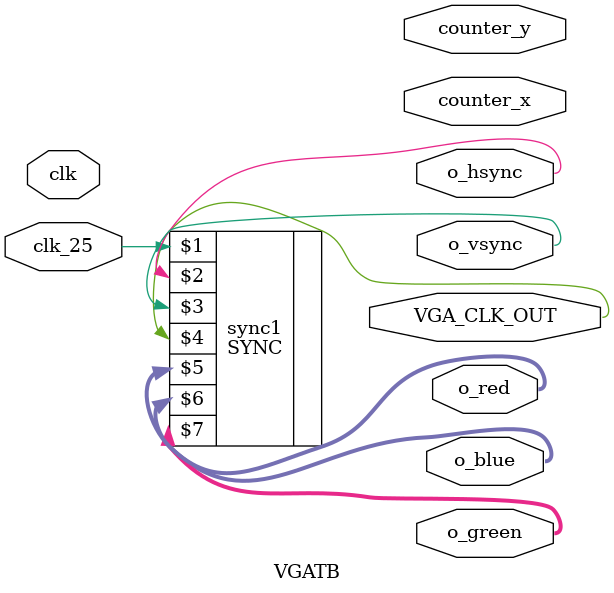
<source format=sv>
module VGATB
(
	input logic clk,
	output logic o_hsync,
	output logic o_vsync,
	output logic VGA_CLK_OUT,
	output logic [7:0] o_red,
	output logic [7:0] o_green,	
	output logic [7:0] o_blue, 
	input logic clk_25,
	output logic counter_x,
	output logic counter_y
 );

	//clockDivider clockdiv(clk, clk_out);
	SYNC sync1(clk_25, o_hsync, o_vsync, VGA_CLK_OUT, o_red, o_blue, o_green);


endmodule 
</source>
